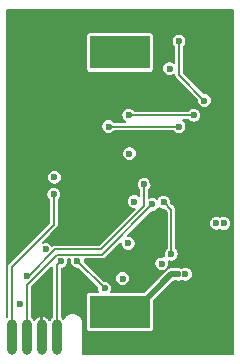
<source format=gbr>
G04 #@! TF.GenerationSoftware,KiCad,Pcbnew,5.1.4-e60b266~84~ubuntu16.04.1*
G04 #@! TF.CreationDate,2019-11-09T12:49:13+01:00*
G04 #@! TF.ProjectId,MiniVarioL0,4d696e69-5661-4726-996f-4c302e6b6963,v1.0.0*
G04 #@! TF.SameCoordinates,PX84157a0PY7270e00*
G04 #@! TF.FileFunction,Copper,L4,Bot*
G04 #@! TF.FilePolarity,Positive*
%FSLAX46Y46*%
G04 Gerber Fmt 4.6, Leading zero omitted, Abs format (unit mm)*
G04 Created by KiCad (PCBNEW 5.1.4-e60b266~84~ubuntu16.04.1) date 2019-11-09 12:49:13*
%MOMM*%
%LPD*%
G04 APERTURE LIST*
%ADD10R,5.080000X2.790000*%
%ADD11C,3.000000*%
%ADD12C,1.000000*%
%ADD13O,0.800000X3.000000*%
%ADD14C,0.600000*%
%ADD15C,0.500000*%
%ADD16C,0.151000*%
G04 APERTURE END LIST*
D10*
X10000000Y4000000D03*
X10000000Y25970000D03*
D11*
X10000000Y14985000D03*
D12*
X10000000Y12000000D03*
X7000000Y15000000D03*
X13000000Y15000000D03*
X10000000Y17950000D03*
D13*
X845000Y1850000D03*
X2115000Y1850000D03*
X3385000Y1850000D03*
X4655000Y1850000D03*
D14*
X15550000Y7200000D03*
X14900000Y7200000D03*
X6800000Y5850000D03*
X9250000Y8100000D03*
X11200000Y7550000D03*
X1300000Y12500000D03*
X1300000Y11400000D03*
X13250000Y14000000D03*
X7500000Y12650000D03*
X8350000Y11650000D03*
X6500000Y11650000D03*
X7500000Y10650000D03*
X14750000Y22650000D03*
X14750000Y21650000D03*
X14250000Y22150000D03*
X15250000Y22150000D03*
X13450000Y8850000D03*
X15150000Y700000D03*
X19150000Y23100000D03*
X19150000Y13200000D03*
X19150000Y6800000D03*
X3400000Y4100000D03*
X14200000Y24600000D03*
X18160000Y11510000D03*
X18800000Y11500000D03*
X1500000Y4650000D03*
X11200000Y13350000D03*
X10700000Y9800000D03*
X10225000Y6825000D03*
X4450000Y15400000D03*
X3700000Y9300000D03*
X13550000Y8100000D03*
X10800000Y17400000D03*
X15000000Y26900000D03*
X17150000Y21900000D03*
X2115000Y7085000D03*
X12050000Y14800000D03*
X12750000Y13100000D03*
X5000000Y8300000D03*
X16250000Y20650000D03*
X10750000Y20650000D03*
X15000000Y19700000D03*
X9050000Y19700000D03*
X14350000Y8900000D03*
X13700000Y13300000D03*
X8700000Y6000000D03*
X6400000Y8300000D03*
X4400000Y13950000D03*
D15*
X14350000Y7200000D02*
X14900000Y7200000D01*
X11165000Y4015000D02*
X14350000Y7200000D01*
X10000000Y4015000D02*
X11165000Y4015000D01*
D16*
X3385000Y4085000D02*
X3400000Y4100000D01*
X3385000Y1850000D02*
X3385000Y4085000D01*
X15000000Y24050000D02*
X15000000Y26900000D01*
X17150000Y21900000D02*
X15000000Y24050000D01*
X8400000Y9300000D02*
X12050000Y12950000D01*
X4500000Y9300000D02*
X8400000Y9300000D01*
X2285000Y7085000D02*
X4500000Y9300000D01*
X2115000Y7085000D02*
X2285000Y7085000D01*
X12050000Y12950000D02*
X12050000Y14800000D01*
X2115000Y6265000D02*
X2115000Y1850000D01*
X4700000Y8850000D02*
X2115000Y6265000D01*
X8500000Y8850000D02*
X4700000Y8850000D01*
X12750000Y13100000D02*
X8500000Y8850000D01*
X4655000Y7955000D02*
X4655000Y1850000D01*
X5000000Y8300000D02*
X4655000Y7955000D01*
X10750000Y20650000D02*
X16250000Y20650000D01*
X9050000Y19700000D02*
X15000000Y19700000D01*
X13700000Y13300000D02*
X14350000Y12650000D01*
X14350000Y12650000D02*
X14350000Y8900000D01*
X8700000Y6000000D02*
X6400000Y8300000D01*
X845000Y7845000D02*
X845000Y1850000D01*
X4400000Y11400000D02*
X845000Y7845000D01*
X4400000Y13950000D02*
X4400000Y11400000D01*
G36*
X19595501Y404500D02*
G01*
X6904500Y404500D01*
X6904500Y3019870D01*
X6902520Y3039973D01*
X6902520Y3046451D01*
X6901929Y3052068D01*
X6891052Y3149043D01*
X6883438Y3184863D01*
X6876309Y3220869D01*
X6874639Y3226264D01*
X6845133Y3319279D01*
X6830696Y3352962D01*
X6816719Y3386874D01*
X6814032Y3391842D01*
X6767021Y3477354D01*
X6746324Y3507582D01*
X6726022Y3538138D01*
X6722421Y3542490D01*
X6722420Y3542492D01*
X6722416Y3542496D01*
X6659696Y3617243D01*
X6633529Y3642867D01*
X6607667Y3668911D01*
X6603290Y3672480D01*
X6527240Y3733625D01*
X6496590Y3753681D01*
X6466173Y3774198D01*
X6461186Y3776850D01*
X6374708Y3822060D01*
X6340723Y3835791D01*
X6306918Y3850001D01*
X6301511Y3851633D01*
X6207898Y3879185D01*
X6171962Y3886040D01*
X6135972Y3893428D01*
X6130351Y3893978D01*
X6033169Y3902822D01*
X5996547Y3902566D01*
X5959849Y3902823D01*
X5954228Y3902271D01*
X5954224Y3902271D01*
X5857180Y3892071D01*
X5821309Y3884708D01*
X5785253Y3877830D01*
X5779846Y3876197D01*
X5686628Y3847341D01*
X5652859Y3833146D01*
X5618839Y3819401D01*
X5613853Y3816749D01*
X5528014Y3770336D01*
X5497641Y3749849D01*
X5466942Y3729760D01*
X5462565Y3726190D01*
X5387376Y3663988D01*
X5361569Y3637999D01*
X5335350Y3612324D01*
X5331750Y3607972D01*
X5270075Y3532351D01*
X5249815Y3501856D01*
X5229073Y3471564D01*
X5226387Y3466596D01*
X5206086Y3428415D01*
X5173329Y3468330D01*
X5062248Y3559491D01*
X5060000Y3560693D01*
X5060000Y7670500D01*
X5062000Y7670500D01*
X5183618Y7694691D01*
X5298180Y7742144D01*
X5401283Y7811035D01*
X5488965Y7898717D01*
X5557856Y8001820D01*
X5605309Y8116382D01*
X5629500Y8238000D01*
X5629500Y8362000D01*
X5612990Y8445000D01*
X5787010Y8445000D01*
X5770500Y8362000D01*
X5770500Y8238000D01*
X5794691Y8116382D01*
X5842144Y8001820D01*
X5911035Y7898717D01*
X5998717Y7811035D01*
X6101820Y7742144D01*
X6216382Y7694691D01*
X6338000Y7670500D01*
X6456745Y7670500D01*
X8070500Y6056744D01*
X8070500Y5938000D01*
X8094691Y5816382D01*
X8132089Y5726094D01*
X7460000Y5726094D01*
X7395407Y5719732D01*
X7333296Y5700891D01*
X7276054Y5670295D01*
X7225881Y5629119D01*
X7184705Y5578946D01*
X7154109Y5521704D01*
X7135268Y5459593D01*
X7128906Y5395000D01*
X7128906Y2605000D01*
X7135268Y2540407D01*
X7154109Y2478296D01*
X7184705Y2421054D01*
X7225881Y2370881D01*
X7276054Y2329705D01*
X7333296Y2299109D01*
X7395407Y2280268D01*
X7460000Y2273906D01*
X12540000Y2273906D01*
X12604593Y2280268D01*
X12666704Y2299109D01*
X12723946Y2329705D01*
X12774119Y2370881D01*
X12815295Y2421054D01*
X12845891Y2478296D01*
X12864732Y2540407D01*
X12871094Y2605000D01*
X12871094Y4901559D01*
X14590036Y6620500D01*
X14654073Y6620500D01*
X14716382Y6594691D01*
X14838000Y6570500D01*
X14962000Y6570500D01*
X15083618Y6594691D01*
X15198180Y6642144D01*
X15225000Y6660064D01*
X15251820Y6642144D01*
X15366382Y6594691D01*
X15488000Y6570500D01*
X15612000Y6570500D01*
X15733618Y6594691D01*
X15848180Y6642144D01*
X15951283Y6711035D01*
X16038965Y6798717D01*
X16107856Y6901820D01*
X16155309Y7016382D01*
X16179500Y7138000D01*
X16179500Y7262000D01*
X16155309Y7383618D01*
X16107856Y7498180D01*
X16038965Y7601283D01*
X15951283Y7688965D01*
X15848180Y7757856D01*
X15733618Y7805309D01*
X15612000Y7829500D01*
X15488000Y7829500D01*
X15366382Y7805309D01*
X15251820Y7757856D01*
X15225000Y7739936D01*
X15198180Y7757856D01*
X15083618Y7805309D01*
X14962000Y7829500D01*
X14838000Y7829500D01*
X14716382Y7805309D01*
X14654073Y7779500D01*
X14378448Y7779500D01*
X14349999Y7782302D01*
X14321551Y7779500D01*
X14321541Y7779500D01*
X14236398Y7771114D01*
X14127162Y7737978D01*
X14026490Y7684167D01*
X14014918Y7674670D01*
X14038965Y7698717D01*
X14107856Y7801820D01*
X14155309Y7916382D01*
X14179500Y8038000D01*
X14179500Y8162000D01*
X14155309Y8283618D01*
X14147479Y8302521D01*
X14166382Y8294691D01*
X14288000Y8270500D01*
X14412000Y8270500D01*
X14533618Y8294691D01*
X14648180Y8342144D01*
X14751283Y8411035D01*
X14838965Y8498717D01*
X14907856Y8601820D01*
X14955309Y8716382D01*
X14979500Y8838000D01*
X14979500Y8962000D01*
X14955309Y9083618D01*
X14907856Y9198180D01*
X14838965Y9301283D01*
X14755000Y9385248D01*
X14755000Y11572000D01*
X17530500Y11572000D01*
X17530500Y11448000D01*
X17554691Y11326382D01*
X17602144Y11211820D01*
X17671035Y11108717D01*
X17758717Y11021035D01*
X17861820Y10952144D01*
X17976382Y10904691D01*
X18098000Y10880500D01*
X18222000Y10880500D01*
X18343618Y10904691D01*
X18458180Y10952144D01*
X18472517Y10961724D01*
X18501820Y10942144D01*
X18616382Y10894691D01*
X18738000Y10870500D01*
X18862000Y10870500D01*
X18983618Y10894691D01*
X19098180Y10942144D01*
X19201283Y11011035D01*
X19288965Y11098717D01*
X19357856Y11201820D01*
X19405309Y11316382D01*
X19429500Y11438000D01*
X19429500Y11562000D01*
X19405309Y11683618D01*
X19357856Y11798180D01*
X19288965Y11901283D01*
X19201283Y11988965D01*
X19098180Y12057856D01*
X18983618Y12105309D01*
X18862000Y12129500D01*
X18738000Y12129500D01*
X18616382Y12105309D01*
X18501820Y12057856D01*
X18487483Y12048276D01*
X18458180Y12067856D01*
X18343618Y12115309D01*
X18222000Y12139500D01*
X18098000Y12139500D01*
X17976382Y12115309D01*
X17861820Y12067856D01*
X17758717Y11998965D01*
X17671035Y11911283D01*
X17602144Y11808180D01*
X17554691Y11693618D01*
X17530500Y11572000D01*
X14755000Y11572000D01*
X14755000Y12630118D01*
X14756958Y12650000D01*
X14755000Y12669882D01*
X14755000Y12669889D01*
X14749139Y12729394D01*
X14725981Y12805736D01*
X14688374Y12876094D01*
X14669808Y12898717D01*
X14650442Y12922315D01*
X14650436Y12922321D01*
X14637763Y12937763D01*
X14622321Y12950436D01*
X14329500Y13243256D01*
X14329500Y13362000D01*
X14305309Y13483618D01*
X14257856Y13598180D01*
X14188965Y13701283D01*
X14101283Y13788965D01*
X13998180Y13857856D01*
X13883618Y13905309D01*
X13762000Y13929500D01*
X13638000Y13929500D01*
X13516382Y13905309D01*
X13401820Y13857856D01*
X13298717Y13788965D01*
X13211035Y13701283D01*
X13142144Y13598180D01*
X13141136Y13595745D01*
X13048180Y13657856D01*
X12933618Y13705309D01*
X12812000Y13729500D01*
X12688000Y13729500D01*
X12566382Y13705309D01*
X12455000Y13659173D01*
X12455000Y14314752D01*
X12538965Y14398717D01*
X12607856Y14501820D01*
X12655309Y14616382D01*
X12679500Y14738000D01*
X12679500Y14862000D01*
X12655309Y14983618D01*
X12607856Y15098180D01*
X12538965Y15201283D01*
X12451283Y15288965D01*
X12348180Y15357856D01*
X12233618Y15405309D01*
X12112000Y15429500D01*
X11988000Y15429500D01*
X11866382Y15405309D01*
X11751820Y15357856D01*
X11648717Y15288965D01*
X11561035Y15201283D01*
X11492144Y15098180D01*
X11444691Y14983618D01*
X11420500Y14862000D01*
X11420500Y14738000D01*
X11444691Y14616382D01*
X11492144Y14501820D01*
X11561035Y14398717D01*
X11645001Y14314751D01*
X11645000Y13795248D01*
X11601283Y13838965D01*
X11498180Y13907856D01*
X11383618Y13955309D01*
X11262000Y13979500D01*
X11138000Y13979500D01*
X11016382Y13955309D01*
X10901820Y13907856D01*
X10798717Y13838965D01*
X10711035Y13751283D01*
X10642144Y13648180D01*
X10594691Y13533618D01*
X10570500Y13412000D01*
X10570500Y13288000D01*
X10594691Y13166382D01*
X10642144Y13051820D01*
X10711035Y12948717D01*
X10798717Y12861035D01*
X10901820Y12792144D01*
X11016382Y12744691D01*
X11138000Y12720500D01*
X11247743Y12720500D01*
X8232245Y9705000D01*
X4519881Y9705000D01*
X4499999Y9706958D01*
X4480118Y9705000D01*
X4480111Y9705000D01*
X4420606Y9699139D01*
X4344264Y9675981D01*
X4273906Y9638374D01*
X4246195Y9615632D01*
X4188965Y9701283D01*
X4101283Y9788965D01*
X3998180Y9857856D01*
X3883618Y9905309D01*
X3762000Y9929500D01*
X3638000Y9929500D01*
X3516382Y9905309D01*
X3450970Y9878215D01*
X4672315Y11099559D01*
X4687763Y11112237D01*
X4738374Y11173906D01*
X4775981Y11244264D01*
X4799139Y11320606D01*
X4805000Y11380111D01*
X4805000Y11380120D01*
X4806958Y11399999D01*
X4805000Y11419878D01*
X4805000Y13464752D01*
X4888965Y13548717D01*
X4957856Y13651820D01*
X5005309Y13766382D01*
X5029500Y13888000D01*
X5029500Y14012000D01*
X5005309Y14133618D01*
X4957856Y14248180D01*
X4888965Y14351283D01*
X4801283Y14438965D01*
X4698180Y14507856D01*
X4583618Y14555309D01*
X4462000Y14579500D01*
X4338000Y14579500D01*
X4216382Y14555309D01*
X4101820Y14507856D01*
X3998717Y14438965D01*
X3911035Y14351283D01*
X3842144Y14248180D01*
X3794691Y14133618D01*
X3770500Y14012000D01*
X3770500Y13888000D01*
X3794691Y13766382D01*
X3842144Y13651820D01*
X3911035Y13548717D01*
X3995000Y13464752D01*
X3995001Y11567757D01*
X572690Y8145445D01*
X557237Y8132763D01*
X506626Y8071093D01*
X469019Y8000735D01*
X445861Y7924393D01*
X440000Y7864888D01*
X440000Y7864881D01*
X438042Y7845000D01*
X440000Y7825119D01*
X440001Y3560693D01*
X437751Y3559491D01*
X404500Y3532203D01*
X404500Y15462000D01*
X3820500Y15462000D01*
X3820500Y15338000D01*
X3844691Y15216382D01*
X3892144Y15101820D01*
X3961035Y14998717D01*
X4048717Y14911035D01*
X4151820Y14842144D01*
X4266382Y14794691D01*
X4388000Y14770500D01*
X4512000Y14770500D01*
X4633618Y14794691D01*
X4748180Y14842144D01*
X4851283Y14911035D01*
X4938965Y14998717D01*
X5007856Y15101820D01*
X5055309Y15216382D01*
X5079500Y15338000D01*
X5079500Y15462000D01*
X5055309Y15583618D01*
X5007856Y15698180D01*
X4938965Y15801283D01*
X4851283Y15888965D01*
X4748180Y15957856D01*
X4633618Y16005309D01*
X4512000Y16029500D01*
X4388000Y16029500D01*
X4266382Y16005309D01*
X4151820Y15957856D01*
X4048717Y15888965D01*
X3961035Y15801283D01*
X3892144Y15698180D01*
X3844691Y15583618D01*
X3820500Y15462000D01*
X404500Y15462000D01*
X404500Y17462000D01*
X10170500Y17462000D01*
X10170500Y17338000D01*
X10194691Y17216382D01*
X10242144Y17101820D01*
X10311035Y16998717D01*
X10398717Y16911035D01*
X10501820Y16842144D01*
X10616382Y16794691D01*
X10738000Y16770500D01*
X10862000Y16770500D01*
X10983618Y16794691D01*
X11098180Y16842144D01*
X11201283Y16911035D01*
X11288965Y16998717D01*
X11357856Y17101820D01*
X11405309Y17216382D01*
X11429500Y17338000D01*
X11429500Y17462000D01*
X11405309Y17583618D01*
X11357856Y17698180D01*
X11288965Y17801283D01*
X11201283Y17888965D01*
X11098180Y17957856D01*
X10983618Y18005309D01*
X10862000Y18029500D01*
X10738000Y18029500D01*
X10616382Y18005309D01*
X10501820Y17957856D01*
X10398717Y17888965D01*
X10311035Y17801283D01*
X10242144Y17698180D01*
X10194691Y17583618D01*
X10170500Y17462000D01*
X404500Y17462000D01*
X404500Y19762000D01*
X8420500Y19762000D01*
X8420500Y19638000D01*
X8444691Y19516382D01*
X8492144Y19401820D01*
X8561035Y19298717D01*
X8648717Y19211035D01*
X8751820Y19142144D01*
X8866382Y19094691D01*
X8988000Y19070500D01*
X9112000Y19070500D01*
X9233618Y19094691D01*
X9348180Y19142144D01*
X9451283Y19211035D01*
X9535248Y19295000D01*
X14514752Y19295000D01*
X14598717Y19211035D01*
X14701820Y19142144D01*
X14816382Y19094691D01*
X14938000Y19070500D01*
X15062000Y19070500D01*
X15183618Y19094691D01*
X15298180Y19142144D01*
X15401283Y19211035D01*
X15488965Y19298717D01*
X15557856Y19401820D01*
X15605309Y19516382D01*
X15629500Y19638000D01*
X15629500Y19762000D01*
X15605309Y19883618D01*
X15557856Y19998180D01*
X15488965Y20101283D01*
X15401283Y20188965D01*
X15317420Y20245000D01*
X15764752Y20245000D01*
X15848717Y20161035D01*
X15951820Y20092144D01*
X16066382Y20044691D01*
X16188000Y20020500D01*
X16312000Y20020500D01*
X16433618Y20044691D01*
X16548180Y20092144D01*
X16651283Y20161035D01*
X16738965Y20248717D01*
X16807856Y20351820D01*
X16855309Y20466382D01*
X16879500Y20588000D01*
X16879500Y20712000D01*
X16855309Y20833618D01*
X16807856Y20948180D01*
X16738965Y21051283D01*
X16651283Y21138965D01*
X16548180Y21207856D01*
X16433618Y21255309D01*
X16312000Y21279500D01*
X16188000Y21279500D01*
X16066382Y21255309D01*
X15951820Y21207856D01*
X15848717Y21138965D01*
X15764752Y21055000D01*
X11235248Y21055000D01*
X11151283Y21138965D01*
X11048180Y21207856D01*
X10933618Y21255309D01*
X10812000Y21279500D01*
X10688000Y21279500D01*
X10566382Y21255309D01*
X10451820Y21207856D01*
X10348717Y21138965D01*
X10261035Y21051283D01*
X10192144Y20948180D01*
X10144691Y20833618D01*
X10120500Y20712000D01*
X10120500Y20588000D01*
X10144691Y20466382D01*
X10192144Y20351820D01*
X10261035Y20248717D01*
X10348717Y20161035D01*
X10432580Y20105000D01*
X9535248Y20105000D01*
X9451283Y20188965D01*
X9348180Y20257856D01*
X9233618Y20305309D01*
X9112000Y20329500D01*
X8988000Y20329500D01*
X8866382Y20305309D01*
X8751820Y20257856D01*
X8648717Y20188965D01*
X8561035Y20101283D01*
X8492144Y19998180D01*
X8444691Y19883618D01*
X8420500Y19762000D01*
X404500Y19762000D01*
X404500Y27365000D01*
X7128906Y27365000D01*
X7128906Y24575000D01*
X7135268Y24510407D01*
X7154109Y24448296D01*
X7184705Y24391054D01*
X7225881Y24340881D01*
X7276054Y24299705D01*
X7333296Y24269109D01*
X7395407Y24250268D01*
X7460000Y24243906D01*
X12540000Y24243906D01*
X12604593Y24250268D01*
X12666704Y24269109D01*
X12723946Y24299705D01*
X12774119Y24340881D01*
X12815295Y24391054D01*
X12845891Y24448296D01*
X12864732Y24510407D01*
X12871094Y24575000D01*
X12871094Y24662000D01*
X13570500Y24662000D01*
X13570500Y24538000D01*
X13594691Y24416382D01*
X13642144Y24301820D01*
X13711035Y24198717D01*
X13798717Y24111035D01*
X13901820Y24042144D01*
X14016382Y23994691D01*
X14138000Y23970500D01*
X14262000Y23970500D01*
X14383618Y23994691D01*
X14498180Y24042144D01*
X14595000Y24106837D01*
X14595000Y24069881D01*
X14593042Y24050000D01*
X14595000Y24030119D01*
X14595000Y24030112D01*
X14600861Y23970607D01*
X14624019Y23894265D01*
X14661626Y23823907D01*
X14712237Y23762237D01*
X14727690Y23749555D01*
X16520500Y21956744D01*
X16520500Y21838000D01*
X16544691Y21716382D01*
X16592144Y21601820D01*
X16661035Y21498717D01*
X16748717Y21411035D01*
X16851820Y21342144D01*
X16966382Y21294691D01*
X17088000Y21270500D01*
X17212000Y21270500D01*
X17333618Y21294691D01*
X17448180Y21342144D01*
X17551283Y21411035D01*
X17638965Y21498717D01*
X17707856Y21601820D01*
X17755309Y21716382D01*
X17779500Y21838000D01*
X17779500Y21962000D01*
X17755309Y22083618D01*
X17707856Y22198180D01*
X17638965Y22301283D01*
X17551283Y22388965D01*
X17448180Y22457856D01*
X17333618Y22505309D01*
X17212000Y22529500D01*
X17093256Y22529500D01*
X15405000Y24217755D01*
X15405000Y26414752D01*
X15488965Y26498717D01*
X15557856Y26601820D01*
X15605309Y26716382D01*
X15629500Y26838000D01*
X15629500Y26962000D01*
X15605309Y27083618D01*
X15557856Y27198180D01*
X15488965Y27301283D01*
X15401283Y27388965D01*
X15298180Y27457856D01*
X15183618Y27505309D01*
X15062000Y27529500D01*
X14938000Y27529500D01*
X14816382Y27505309D01*
X14701820Y27457856D01*
X14598717Y27388965D01*
X14511035Y27301283D01*
X14442144Y27198180D01*
X14394691Y27083618D01*
X14370500Y26962000D01*
X14370500Y26838000D01*
X14394691Y26716382D01*
X14442144Y26601820D01*
X14511035Y26498717D01*
X14595001Y26414751D01*
X14595000Y25093163D01*
X14498180Y25157856D01*
X14383618Y25205309D01*
X14262000Y25229500D01*
X14138000Y25229500D01*
X14016382Y25205309D01*
X13901820Y25157856D01*
X13798717Y25088965D01*
X13711035Y25001283D01*
X13642144Y24898180D01*
X13594691Y24783618D01*
X13570500Y24662000D01*
X12871094Y24662000D01*
X12871094Y27365000D01*
X12864732Y27429593D01*
X12845891Y27491704D01*
X12815295Y27548946D01*
X12774119Y27599119D01*
X12723946Y27640295D01*
X12666704Y27670891D01*
X12604593Y27689732D01*
X12540000Y27696094D01*
X7460000Y27696094D01*
X7395407Y27689732D01*
X7333296Y27670891D01*
X7276054Y27640295D01*
X7225881Y27599119D01*
X7184705Y27548946D01*
X7154109Y27491704D01*
X7135268Y27429593D01*
X7128906Y27365000D01*
X404500Y27365000D01*
X404500Y29595500D01*
X19595500Y29595500D01*
X19595501Y404500D01*
X19595501Y404500D01*
G37*
X19595501Y404500D02*
X6904500Y404500D01*
X6904500Y3019870D01*
X6902520Y3039973D01*
X6902520Y3046451D01*
X6901929Y3052068D01*
X6891052Y3149043D01*
X6883438Y3184863D01*
X6876309Y3220869D01*
X6874639Y3226264D01*
X6845133Y3319279D01*
X6830696Y3352962D01*
X6816719Y3386874D01*
X6814032Y3391842D01*
X6767021Y3477354D01*
X6746324Y3507582D01*
X6726022Y3538138D01*
X6722421Y3542490D01*
X6722420Y3542492D01*
X6722416Y3542496D01*
X6659696Y3617243D01*
X6633529Y3642867D01*
X6607667Y3668911D01*
X6603290Y3672480D01*
X6527240Y3733625D01*
X6496590Y3753681D01*
X6466173Y3774198D01*
X6461186Y3776850D01*
X6374708Y3822060D01*
X6340723Y3835791D01*
X6306918Y3850001D01*
X6301511Y3851633D01*
X6207898Y3879185D01*
X6171962Y3886040D01*
X6135972Y3893428D01*
X6130351Y3893978D01*
X6033169Y3902822D01*
X5996547Y3902566D01*
X5959849Y3902823D01*
X5954228Y3902271D01*
X5954224Y3902271D01*
X5857180Y3892071D01*
X5821309Y3884708D01*
X5785253Y3877830D01*
X5779846Y3876197D01*
X5686628Y3847341D01*
X5652859Y3833146D01*
X5618839Y3819401D01*
X5613853Y3816749D01*
X5528014Y3770336D01*
X5497641Y3749849D01*
X5466942Y3729760D01*
X5462565Y3726190D01*
X5387376Y3663988D01*
X5361569Y3637999D01*
X5335350Y3612324D01*
X5331750Y3607972D01*
X5270075Y3532351D01*
X5249815Y3501856D01*
X5229073Y3471564D01*
X5226387Y3466596D01*
X5206086Y3428415D01*
X5173329Y3468330D01*
X5062248Y3559491D01*
X5060000Y3560693D01*
X5060000Y7670500D01*
X5062000Y7670500D01*
X5183618Y7694691D01*
X5298180Y7742144D01*
X5401283Y7811035D01*
X5488965Y7898717D01*
X5557856Y8001820D01*
X5605309Y8116382D01*
X5629500Y8238000D01*
X5629500Y8362000D01*
X5612990Y8445000D01*
X5787010Y8445000D01*
X5770500Y8362000D01*
X5770500Y8238000D01*
X5794691Y8116382D01*
X5842144Y8001820D01*
X5911035Y7898717D01*
X5998717Y7811035D01*
X6101820Y7742144D01*
X6216382Y7694691D01*
X6338000Y7670500D01*
X6456745Y7670500D01*
X8070500Y6056744D01*
X8070500Y5938000D01*
X8094691Y5816382D01*
X8132089Y5726094D01*
X7460000Y5726094D01*
X7395407Y5719732D01*
X7333296Y5700891D01*
X7276054Y5670295D01*
X7225881Y5629119D01*
X7184705Y5578946D01*
X7154109Y5521704D01*
X7135268Y5459593D01*
X7128906Y5395000D01*
X7128906Y2605000D01*
X7135268Y2540407D01*
X7154109Y2478296D01*
X7184705Y2421054D01*
X7225881Y2370881D01*
X7276054Y2329705D01*
X7333296Y2299109D01*
X7395407Y2280268D01*
X7460000Y2273906D01*
X12540000Y2273906D01*
X12604593Y2280268D01*
X12666704Y2299109D01*
X12723946Y2329705D01*
X12774119Y2370881D01*
X12815295Y2421054D01*
X12845891Y2478296D01*
X12864732Y2540407D01*
X12871094Y2605000D01*
X12871094Y4901559D01*
X14590036Y6620500D01*
X14654073Y6620500D01*
X14716382Y6594691D01*
X14838000Y6570500D01*
X14962000Y6570500D01*
X15083618Y6594691D01*
X15198180Y6642144D01*
X15225000Y6660064D01*
X15251820Y6642144D01*
X15366382Y6594691D01*
X15488000Y6570500D01*
X15612000Y6570500D01*
X15733618Y6594691D01*
X15848180Y6642144D01*
X15951283Y6711035D01*
X16038965Y6798717D01*
X16107856Y6901820D01*
X16155309Y7016382D01*
X16179500Y7138000D01*
X16179500Y7262000D01*
X16155309Y7383618D01*
X16107856Y7498180D01*
X16038965Y7601283D01*
X15951283Y7688965D01*
X15848180Y7757856D01*
X15733618Y7805309D01*
X15612000Y7829500D01*
X15488000Y7829500D01*
X15366382Y7805309D01*
X15251820Y7757856D01*
X15225000Y7739936D01*
X15198180Y7757856D01*
X15083618Y7805309D01*
X14962000Y7829500D01*
X14838000Y7829500D01*
X14716382Y7805309D01*
X14654073Y7779500D01*
X14378448Y7779500D01*
X14349999Y7782302D01*
X14321551Y7779500D01*
X14321541Y7779500D01*
X14236398Y7771114D01*
X14127162Y7737978D01*
X14026490Y7684167D01*
X14014918Y7674670D01*
X14038965Y7698717D01*
X14107856Y7801820D01*
X14155309Y7916382D01*
X14179500Y8038000D01*
X14179500Y8162000D01*
X14155309Y8283618D01*
X14147479Y8302521D01*
X14166382Y8294691D01*
X14288000Y8270500D01*
X14412000Y8270500D01*
X14533618Y8294691D01*
X14648180Y8342144D01*
X14751283Y8411035D01*
X14838965Y8498717D01*
X14907856Y8601820D01*
X14955309Y8716382D01*
X14979500Y8838000D01*
X14979500Y8962000D01*
X14955309Y9083618D01*
X14907856Y9198180D01*
X14838965Y9301283D01*
X14755000Y9385248D01*
X14755000Y11572000D01*
X17530500Y11572000D01*
X17530500Y11448000D01*
X17554691Y11326382D01*
X17602144Y11211820D01*
X17671035Y11108717D01*
X17758717Y11021035D01*
X17861820Y10952144D01*
X17976382Y10904691D01*
X18098000Y10880500D01*
X18222000Y10880500D01*
X18343618Y10904691D01*
X18458180Y10952144D01*
X18472517Y10961724D01*
X18501820Y10942144D01*
X18616382Y10894691D01*
X18738000Y10870500D01*
X18862000Y10870500D01*
X18983618Y10894691D01*
X19098180Y10942144D01*
X19201283Y11011035D01*
X19288965Y11098717D01*
X19357856Y11201820D01*
X19405309Y11316382D01*
X19429500Y11438000D01*
X19429500Y11562000D01*
X19405309Y11683618D01*
X19357856Y11798180D01*
X19288965Y11901283D01*
X19201283Y11988965D01*
X19098180Y12057856D01*
X18983618Y12105309D01*
X18862000Y12129500D01*
X18738000Y12129500D01*
X18616382Y12105309D01*
X18501820Y12057856D01*
X18487483Y12048276D01*
X18458180Y12067856D01*
X18343618Y12115309D01*
X18222000Y12139500D01*
X18098000Y12139500D01*
X17976382Y12115309D01*
X17861820Y12067856D01*
X17758717Y11998965D01*
X17671035Y11911283D01*
X17602144Y11808180D01*
X17554691Y11693618D01*
X17530500Y11572000D01*
X14755000Y11572000D01*
X14755000Y12630118D01*
X14756958Y12650000D01*
X14755000Y12669882D01*
X14755000Y12669889D01*
X14749139Y12729394D01*
X14725981Y12805736D01*
X14688374Y12876094D01*
X14669808Y12898717D01*
X14650442Y12922315D01*
X14650436Y12922321D01*
X14637763Y12937763D01*
X14622321Y12950436D01*
X14329500Y13243256D01*
X14329500Y13362000D01*
X14305309Y13483618D01*
X14257856Y13598180D01*
X14188965Y13701283D01*
X14101283Y13788965D01*
X13998180Y13857856D01*
X13883618Y13905309D01*
X13762000Y13929500D01*
X13638000Y13929500D01*
X13516382Y13905309D01*
X13401820Y13857856D01*
X13298717Y13788965D01*
X13211035Y13701283D01*
X13142144Y13598180D01*
X13141136Y13595745D01*
X13048180Y13657856D01*
X12933618Y13705309D01*
X12812000Y13729500D01*
X12688000Y13729500D01*
X12566382Y13705309D01*
X12455000Y13659173D01*
X12455000Y14314752D01*
X12538965Y14398717D01*
X12607856Y14501820D01*
X12655309Y14616382D01*
X12679500Y14738000D01*
X12679500Y14862000D01*
X12655309Y14983618D01*
X12607856Y15098180D01*
X12538965Y15201283D01*
X12451283Y15288965D01*
X12348180Y15357856D01*
X12233618Y15405309D01*
X12112000Y15429500D01*
X11988000Y15429500D01*
X11866382Y15405309D01*
X11751820Y15357856D01*
X11648717Y15288965D01*
X11561035Y15201283D01*
X11492144Y15098180D01*
X11444691Y14983618D01*
X11420500Y14862000D01*
X11420500Y14738000D01*
X11444691Y14616382D01*
X11492144Y14501820D01*
X11561035Y14398717D01*
X11645001Y14314751D01*
X11645000Y13795248D01*
X11601283Y13838965D01*
X11498180Y13907856D01*
X11383618Y13955309D01*
X11262000Y13979500D01*
X11138000Y13979500D01*
X11016382Y13955309D01*
X10901820Y13907856D01*
X10798717Y13838965D01*
X10711035Y13751283D01*
X10642144Y13648180D01*
X10594691Y13533618D01*
X10570500Y13412000D01*
X10570500Y13288000D01*
X10594691Y13166382D01*
X10642144Y13051820D01*
X10711035Y12948717D01*
X10798717Y12861035D01*
X10901820Y12792144D01*
X11016382Y12744691D01*
X11138000Y12720500D01*
X11247743Y12720500D01*
X8232245Y9705000D01*
X4519881Y9705000D01*
X4499999Y9706958D01*
X4480118Y9705000D01*
X4480111Y9705000D01*
X4420606Y9699139D01*
X4344264Y9675981D01*
X4273906Y9638374D01*
X4246195Y9615632D01*
X4188965Y9701283D01*
X4101283Y9788965D01*
X3998180Y9857856D01*
X3883618Y9905309D01*
X3762000Y9929500D01*
X3638000Y9929500D01*
X3516382Y9905309D01*
X3450970Y9878215D01*
X4672315Y11099559D01*
X4687763Y11112237D01*
X4738374Y11173906D01*
X4775981Y11244264D01*
X4799139Y11320606D01*
X4805000Y11380111D01*
X4805000Y11380120D01*
X4806958Y11399999D01*
X4805000Y11419878D01*
X4805000Y13464752D01*
X4888965Y13548717D01*
X4957856Y13651820D01*
X5005309Y13766382D01*
X5029500Y13888000D01*
X5029500Y14012000D01*
X5005309Y14133618D01*
X4957856Y14248180D01*
X4888965Y14351283D01*
X4801283Y14438965D01*
X4698180Y14507856D01*
X4583618Y14555309D01*
X4462000Y14579500D01*
X4338000Y14579500D01*
X4216382Y14555309D01*
X4101820Y14507856D01*
X3998717Y14438965D01*
X3911035Y14351283D01*
X3842144Y14248180D01*
X3794691Y14133618D01*
X3770500Y14012000D01*
X3770500Y13888000D01*
X3794691Y13766382D01*
X3842144Y13651820D01*
X3911035Y13548717D01*
X3995000Y13464752D01*
X3995001Y11567757D01*
X572690Y8145445D01*
X557237Y8132763D01*
X506626Y8071093D01*
X469019Y8000735D01*
X445861Y7924393D01*
X440000Y7864888D01*
X440000Y7864881D01*
X438042Y7845000D01*
X440000Y7825119D01*
X440001Y3560693D01*
X437751Y3559491D01*
X404500Y3532203D01*
X404500Y15462000D01*
X3820500Y15462000D01*
X3820500Y15338000D01*
X3844691Y15216382D01*
X3892144Y15101820D01*
X3961035Y14998717D01*
X4048717Y14911035D01*
X4151820Y14842144D01*
X4266382Y14794691D01*
X4388000Y14770500D01*
X4512000Y14770500D01*
X4633618Y14794691D01*
X4748180Y14842144D01*
X4851283Y14911035D01*
X4938965Y14998717D01*
X5007856Y15101820D01*
X5055309Y15216382D01*
X5079500Y15338000D01*
X5079500Y15462000D01*
X5055309Y15583618D01*
X5007856Y15698180D01*
X4938965Y15801283D01*
X4851283Y15888965D01*
X4748180Y15957856D01*
X4633618Y16005309D01*
X4512000Y16029500D01*
X4388000Y16029500D01*
X4266382Y16005309D01*
X4151820Y15957856D01*
X4048717Y15888965D01*
X3961035Y15801283D01*
X3892144Y15698180D01*
X3844691Y15583618D01*
X3820500Y15462000D01*
X404500Y15462000D01*
X404500Y17462000D01*
X10170500Y17462000D01*
X10170500Y17338000D01*
X10194691Y17216382D01*
X10242144Y17101820D01*
X10311035Y16998717D01*
X10398717Y16911035D01*
X10501820Y16842144D01*
X10616382Y16794691D01*
X10738000Y16770500D01*
X10862000Y16770500D01*
X10983618Y16794691D01*
X11098180Y16842144D01*
X11201283Y16911035D01*
X11288965Y16998717D01*
X11357856Y17101820D01*
X11405309Y17216382D01*
X11429500Y17338000D01*
X11429500Y17462000D01*
X11405309Y17583618D01*
X11357856Y17698180D01*
X11288965Y17801283D01*
X11201283Y17888965D01*
X11098180Y17957856D01*
X10983618Y18005309D01*
X10862000Y18029500D01*
X10738000Y18029500D01*
X10616382Y18005309D01*
X10501820Y17957856D01*
X10398717Y17888965D01*
X10311035Y17801283D01*
X10242144Y17698180D01*
X10194691Y17583618D01*
X10170500Y17462000D01*
X404500Y17462000D01*
X404500Y19762000D01*
X8420500Y19762000D01*
X8420500Y19638000D01*
X8444691Y19516382D01*
X8492144Y19401820D01*
X8561035Y19298717D01*
X8648717Y19211035D01*
X8751820Y19142144D01*
X8866382Y19094691D01*
X8988000Y19070500D01*
X9112000Y19070500D01*
X9233618Y19094691D01*
X9348180Y19142144D01*
X9451283Y19211035D01*
X9535248Y19295000D01*
X14514752Y19295000D01*
X14598717Y19211035D01*
X14701820Y19142144D01*
X14816382Y19094691D01*
X14938000Y19070500D01*
X15062000Y19070500D01*
X15183618Y19094691D01*
X15298180Y19142144D01*
X15401283Y19211035D01*
X15488965Y19298717D01*
X15557856Y19401820D01*
X15605309Y19516382D01*
X15629500Y19638000D01*
X15629500Y19762000D01*
X15605309Y19883618D01*
X15557856Y19998180D01*
X15488965Y20101283D01*
X15401283Y20188965D01*
X15317420Y20245000D01*
X15764752Y20245000D01*
X15848717Y20161035D01*
X15951820Y20092144D01*
X16066382Y20044691D01*
X16188000Y20020500D01*
X16312000Y20020500D01*
X16433618Y20044691D01*
X16548180Y20092144D01*
X16651283Y20161035D01*
X16738965Y20248717D01*
X16807856Y20351820D01*
X16855309Y20466382D01*
X16879500Y20588000D01*
X16879500Y20712000D01*
X16855309Y20833618D01*
X16807856Y20948180D01*
X16738965Y21051283D01*
X16651283Y21138965D01*
X16548180Y21207856D01*
X16433618Y21255309D01*
X16312000Y21279500D01*
X16188000Y21279500D01*
X16066382Y21255309D01*
X15951820Y21207856D01*
X15848717Y21138965D01*
X15764752Y21055000D01*
X11235248Y21055000D01*
X11151283Y21138965D01*
X11048180Y21207856D01*
X10933618Y21255309D01*
X10812000Y21279500D01*
X10688000Y21279500D01*
X10566382Y21255309D01*
X10451820Y21207856D01*
X10348717Y21138965D01*
X10261035Y21051283D01*
X10192144Y20948180D01*
X10144691Y20833618D01*
X10120500Y20712000D01*
X10120500Y20588000D01*
X10144691Y20466382D01*
X10192144Y20351820D01*
X10261035Y20248717D01*
X10348717Y20161035D01*
X10432580Y20105000D01*
X9535248Y20105000D01*
X9451283Y20188965D01*
X9348180Y20257856D01*
X9233618Y20305309D01*
X9112000Y20329500D01*
X8988000Y20329500D01*
X8866382Y20305309D01*
X8751820Y20257856D01*
X8648717Y20188965D01*
X8561035Y20101283D01*
X8492144Y19998180D01*
X8444691Y19883618D01*
X8420500Y19762000D01*
X404500Y19762000D01*
X404500Y27365000D01*
X7128906Y27365000D01*
X7128906Y24575000D01*
X7135268Y24510407D01*
X7154109Y24448296D01*
X7184705Y24391054D01*
X7225881Y24340881D01*
X7276054Y24299705D01*
X7333296Y24269109D01*
X7395407Y24250268D01*
X7460000Y24243906D01*
X12540000Y24243906D01*
X12604593Y24250268D01*
X12666704Y24269109D01*
X12723946Y24299705D01*
X12774119Y24340881D01*
X12815295Y24391054D01*
X12845891Y24448296D01*
X12864732Y24510407D01*
X12871094Y24575000D01*
X12871094Y24662000D01*
X13570500Y24662000D01*
X13570500Y24538000D01*
X13594691Y24416382D01*
X13642144Y24301820D01*
X13711035Y24198717D01*
X13798717Y24111035D01*
X13901820Y24042144D01*
X14016382Y23994691D01*
X14138000Y23970500D01*
X14262000Y23970500D01*
X14383618Y23994691D01*
X14498180Y24042144D01*
X14595000Y24106837D01*
X14595000Y24069881D01*
X14593042Y24050000D01*
X14595000Y24030119D01*
X14595000Y24030112D01*
X14600861Y23970607D01*
X14624019Y23894265D01*
X14661626Y23823907D01*
X14712237Y23762237D01*
X14727690Y23749555D01*
X16520500Y21956744D01*
X16520500Y21838000D01*
X16544691Y21716382D01*
X16592144Y21601820D01*
X16661035Y21498717D01*
X16748717Y21411035D01*
X16851820Y21342144D01*
X16966382Y21294691D01*
X17088000Y21270500D01*
X17212000Y21270500D01*
X17333618Y21294691D01*
X17448180Y21342144D01*
X17551283Y21411035D01*
X17638965Y21498717D01*
X17707856Y21601820D01*
X17755309Y21716382D01*
X17779500Y21838000D01*
X17779500Y21962000D01*
X17755309Y22083618D01*
X17707856Y22198180D01*
X17638965Y22301283D01*
X17551283Y22388965D01*
X17448180Y22457856D01*
X17333618Y22505309D01*
X17212000Y22529500D01*
X17093256Y22529500D01*
X15405000Y24217755D01*
X15405000Y26414752D01*
X15488965Y26498717D01*
X15557856Y26601820D01*
X15605309Y26716382D01*
X15629500Y26838000D01*
X15629500Y26962000D01*
X15605309Y27083618D01*
X15557856Y27198180D01*
X15488965Y27301283D01*
X15401283Y27388965D01*
X15298180Y27457856D01*
X15183618Y27505309D01*
X15062000Y27529500D01*
X14938000Y27529500D01*
X14816382Y27505309D01*
X14701820Y27457856D01*
X14598717Y27388965D01*
X14511035Y27301283D01*
X14442144Y27198180D01*
X14394691Y27083618D01*
X14370500Y26962000D01*
X14370500Y26838000D01*
X14394691Y26716382D01*
X14442144Y26601820D01*
X14511035Y26498717D01*
X14595001Y26414751D01*
X14595000Y25093163D01*
X14498180Y25157856D01*
X14383618Y25205309D01*
X14262000Y25229500D01*
X14138000Y25229500D01*
X14016382Y25205309D01*
X13901820Y25157856D01*
X13798717Y25088965D01*
X13711035Y25001283D01*
X13642144Y24898180D01*
X13594691Y24783618D01*
X13570500Y24662000D01*
X12871094Y24662000D01*
X12871094Y27365000D01*
X12864732Y27429593D01*
X12845891Y27491704D01*
X12815295Y27548946D01*
X12774119Y27599119D01*
X12723946Y27640295D01*
X12666704Y27670891D01*
X12604593Y27689732D01*
X12540000Y27696094D01*
X7460000Y27696094D01*
X7395407Y27689732D01*
X7333296Y27670891D01*
X7276054Y27640295D01*
X7225881Y27599119D01*
X7184705Y27548946D01*
X7154109Y27491704D01*
X7135268Y27429593D01*
X7128906Y27365000D01*
X404500Y27365000D01*
X404500Y29595500D01*
X19595500Y29595500D01*
X19595501Y404500D01*
G36*
X4250001Y3560693D02*
G01*
X4247751Y3559491D01*
X4136670Y3468329D01*
X4045509Y3357248D01*
X4019380Y3308365D01*
X3962945Y3398110D01*
X3864418Y3502251D01*
X3747467Y3585169D01*
X3616587Y3643678D01*
X3549700Y3660665D01*
X3436500Y3595072D01*
X3436500Y1901500D01*
X3456500Y1901500D01*
X3456500Y1798500D01*
X3436500Y1798500D01*
X3436500Y1778500D01*
X3333500Y1778500D01*
X3333500Y1798500D01*
X3313500Y1798500D01*
X3313500Y1901500D01*
X3333500Y1901500D01*
X3333500Y3595072D01*
X3220300Y3660665D01*
X3153413Y3643678D01*
X3022533Y3585169D01*
X2905582Y3502251D01*
X2807055Y3398110D01*
X2750620Y3308365D01*
X2724491Y3357249D01*
X2633329Y3468330D01*
X2522248Y3559491D01*
X2520000Y3560693D01*
X2520000Y6097245D01*
X4250000Y7827244D01*
X4250001Y3560693D01*
X4250001Y3560693D01*
G37*
X4250001Y3560693D02*
X4247751Y3559491D01*
X4136670Y3468329D01*
X4045509Y3357248D01*
X4019380Y3308365D01*
X3962945Y3398110D01*
X3864418Y3502251D01*
X3747467Y3585169D01*
X3616587Y3643678D01*
X3549700Y3660665D01*
X3436500Y3595072D01*
X3436500Y1901500D01*
X3456500Y1901500D01*
X3456500Y1798500D01*
X3436500Y1798500D01*
X3436500Y1778500D01*
X3333500Y1778500D01*
X3333500Y1798500D01*
X3313500Y1798500D01*
X3313500Y1901500D01*
X3333500Y1901500D01*
X3333500Y3595072D01*
X3220300Y3660665D01*
X3153413Y3643678D01*
X3022533Y3585169D01*
X2905582Y3502251D01*
X2807055Y3398110D01*
X2750620Y3308365D01*
X2724491Y3357249D01*
X2633329Y3468330D01*
X2522248Y3559491D01*
X2520000Y3560693D01*
X2520000Y6097245D01*
X4250000Y7827244D01*
X4250001Y3560693D01*
G36*
X13401820Y12742144D02*
G01*
X13516382Y12694691D01*
X13638000Y12670500D01*
X13756744Y12670500D01*
X13945000Y12482243D01*
X13945001Y9385249D01*
X13861035Y9301283D01*
X13792144Y9198180D01*
X13744691Y9083618D01*
X13720500Y8962000D01*
X13720500Y8838000D01*
X13744691Y8716382D01*
X13752521Y8697479D01*
X13733618Y8705309D01*
X13612000Y8729500D01*
X13488000Y8729500D01*
X13366382Y8705309D01*
X13251820Y8657856D01*
X13148717Y8588965D01*
X13061035Y8501283D01*
X12992144Y8398180D01*
X12944691Y8283618D01*
X12920500Y8162000D01*
X12920500Y8038000D01*
X12944691Y7916382D01*
X12992144Y7801820D01*
X13061035Y7698717D01*
X13148717Y7611035D01*
X13251820Y7542144D01*
X13366382Y7494691D01*
X13488000Y7470500D01*
X13612000Y7470500D01*
X13733618Y7494691D01*
X13848180Y7542144D01*
X13921127Y7590885D01*
X13920108Y7589644D01*
X12056559Y5726094D01*
X9267911Y5726094D01*
X9305309Y5816382D01*
X9329500Y5938000D01*
X9329500Y6062000D01*
X9305309Y6183618D01*
X9257856Y6298180D01*
X9188965Y6401283D01*
X9101283Y6488965D01*
X8998180Y6557856D01*
X8883618Y6605309D01*
X8762000Y6629500D01*
X8643256Y6629500D01*
X8385756Y6887000D01*
X9595500Y6887000D01*
X9595500Y6763000D01*
X9619691Y6641382D01*
X9667144Y6526820D01*
X9736035Y6423717D01*
X9823717Y6336035D01*
X9926820Y6267144D01*
X10041382Y6219691D01*
X10163000Y6195500D01*
X10287000Y6195500D01*
X10408618Y6219691D01*
X10523180Y6267144D01*
X10626283Y6336035D01*
X10713965Y6423717D01*
X10782856Y6526820D01*
X10830309Y6641382D01*
X10854500Y6763000D01*
X10854500Y6887000D01*
X10830309Y7008618D01*
X10782856Y7123180D01*
X10713965Y7226283D01*
X10626283Y7313965D01*
X10523180Y7382856D01*
X10408618Y7430309D01*
X10287000Y7454500D01*
X10163000Y7454500D01*
X10041382Y7430309D01*
X9926820Y7382856D01*
X9823717Y7313965D01*
X9736035Y7226283D01*
X9667144Y7123180D01*
X9619691Y7008618D01*
X9595500Y6887000D01*
X8385756Y6887000D01*
X7029500Y8243255D01*
X7029500Y8362000D01*
X7012990Y8445000D01*
X8480119Y8445000D01*
X8500000Y8443042D01*
X8519881Y8445000D01*
X8519889Y8445000D01*
X8579394Y8450861D01*
X8655736Y8474019D01*
X8726094Y8511626D01*
X8787763Y8562237D01*
X8800445Y8577690D01*
X10070500Y9847744D01*
X10070500Y9738000D01*
X10094691Y9616382D01*
X10142144Y9501820D01*
X10211035Y9398717D01*
X10298717Y9311035D01*
X10401820Y9242144D01*
X10516382Y9194691D01*
X10638000Y9170500D01*
X10762000Y9170500D01*
X10883618Y9194691D01*
X10998180Y9242144D01*
X11101283Y9311035D01*
X11188965Y9398717D01*
X11257856Y9501820D01*
X11305309Y9616382D01*
X11329500Y9738000D01*
X11329500Y9862000D01*
X11305309Y9983618D01*
X11257856Y10098180D01*
X11188965Y10201283D01*
X11101283Y10288965D01*
X10998180Y10357856D01*
X10883618Y10405309D01*
X10762000Y10429500D01*
X10652256Y10429500D01*
X12693257Y12470500D01*
X12812000Y12470500D01*
X12933618Y12494691D01*
X13048180Y12542144D01*
X13151283Y12611035D01*
X13238965Y12698717D01*
X13307856Y12801820D01*
X13308864Y12804255D01*
X13401820Y12742144D01*
X13401820Y12742144D01*
G37*
X13401820Y12742144D02*
X13516382Y12694691D01*
X13638000Y12670500D01*
X13756744Y12670500D01*
X13945000Y12482243D01*
X13945001Y9385249D01*
X13861035Y9301283D01*
X13792144Y9198180D01*
X13744691Y9083618D01*
X13720500Y8962000D01*
X13720500Y8838000D01*
X13744691Y8716382D01*
X13752521Y8697479D01*
X13733618Y8705309D01*
X13612000Y8729500D01*
X13488000Y8729500D01*
X13366382Y8705309D01*
X13251820Y8657856D01*
X13148717Y8588965D01*
X13061035Y8501283D01*
X12992144Y8398180D01*
X12944691Y8283618D01*
X12920500Y8162000D01*
X12920500Y8038000D01*
X12944691Y7916382D01*
X12992144Y7801820D01*
X13061035Y7698717D01*
X13148717Y7611035D01*
X13251820Y7542144D01*
X13366382Y7494691D01*
X13488000Y7470500D01*
X13612000Y7470500D01*
X13733618Y7494691D01*
X13848180Y7542144D01*
X13921127Y7590885D01*
X13920108Y7589644D01*
X12056559Y5726094D01*
X9267911Y5726094D01*
X9305309Y5816382D01*
X9329500Y5938000D01*
X9329500Y6062000D01*
X9305309Y6183618D01*
X9257856Y6298180D01*
X9188965Y6401283D01*
X9101283Y6488965D01*
X8998180Y6557856D01*
X8883618Y6605309D01*
X8762000Y6629500D01*
X8643256Y6629500D01*
X8385756Y6887000D01*
X9595500Y6887000D01*
X9595500Y6763000D01*
X9619691Y6641382D01*
X9667144Y6526820D01*
X9736035Y6423717D01*
X9823717Y6336035D01*
X9926820Y6267144D01*
X10041382Y6219691D01*
X10163000Y6195500D01*
X10287000Y6195500D01*
X10408618Y6219691D01*
X10523180Y6267144D01*
X10626283Y6336035D01*
X10713965Y6423717D01*
X10782856Y6526820D01*
X10830309Y6641382D01*
X10854500Y6763000D01*
X10854500Y6887000D01*
X10830309Y7008618D01*
X10782856Y7123180D01*
X10713965Y7226283D01*
X10626283Y7313965D01*
X10523180Y7382856D01*
X10408618Y7430309D01*
X10287000Y7454500D01*
X10163000Y7454500D01*
X10041382Y7430309D01*
X9926820Y7382856D01*
X9823717Y7313965D01*
X9736035Y7226283D01*
X9667144Y7123180D01*
X9619691Y7008618D01*
X9595500Y6887000D01*
X8385756Y6887000D01*
X7029500Y8243255D01*
X7029500Y8362000D01*
X7012990Y8445000D01*
X8480119Y8445000D01*
X8500000Y8443042D01*
X8519881Y8445000D01*
X8519889Y8445000D01*
X8579394Y8450861D01*
X8655736Y8474019D01*
X8726094Y8511626D01*
X8787763Y8562237D01*
X8800445Y8577690D01*
X10070500Y9847744D01*
X10070500Y9738000D01*
X10094691Y9616382D01*
X10142144Y9501820D01*
X10211035Y9398717D01*
X10298717Y9311035D01*
X10401820Y9242144D01*
X10516382Y9194691D01*
X10638000Y9170500D01*
X10762000Y9170500D01*
X10883618Y9194691D01*
X10998180Y9242144D01*
X11101283Y9311035D01*
X11188965Y9398717D01*
X11257856Y9501820D01*
X11305309Y9616382D01*
X11329500Y9738000D01*
X11329500Y9862000D01*
X11305309Y9983618D01*
X11257856Y10098180D01*
X11188965Y10201283D01*
X11101283Y10288965D01*
X10998180Y10357856D01*
X10883618Y10405309D01*
X10762000Y10429500D01*
X10652256Y10429500D01*
X12693257Y12470500D01*
X12812000Y12470500D01*
X12933618Y12494691D01*
X13048180Y12542144D01*
X13151283Y12611035D01*
X13238965Y12698717D01*
X13307856Y12801820D01*
X13308864Y12804255D01*
X13401820Y12742144D01*
M02*

</source>
